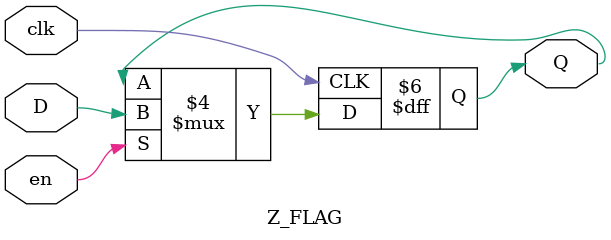
<source format=sv>
`timescale 1ns / 1ps


module Z_FLAG
    (input clk,
    input en,
    input D,
    output logic Q = 0
    );
    
    always_ff @ (posedge clk)
    begin
        if(en)
            Q=D;
            //else
                //Q=Q;
    end
    
endmodule

</source>
